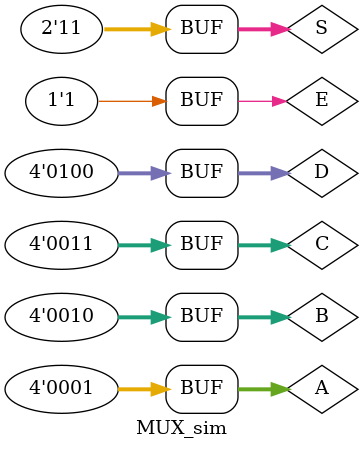
<source format=v>
`timescale 1ns / 1ps

module MUX_sim();
    reg E;
    reg [1:0]S;
    reg [3:0]A,B,C,D;
    wire [3:0]Y;
    MUX Test(E,S,A,B,C,D,Y);
    initial
    begin 
        A=4'b0001;
        B=4'b0010;
        C=4'b0011;
        D=4'b0100;
        //不工�?
        E=0;S=2'b00;
        #100;
        A=4'b0001;
        B=4'b0010;
        C=4'b0011;
        D=4'b0100;
        E=0;S=2'b01;
        #100;
        A=4'b0001;
        B=4'b0010;
        C=4'b0011;
        D=4'b0100;
        E=0;S=2'b10;
        #100;
        A=4'b0001;
        B=4'b0010;
        C=4'b0011;
        D=4'b0100;
        E=0;S=2'b11;
        #100;
        //工作
        A=4'b0001;
        B=4'b0010;
        C=4'b0011;
        D=4'b0100;
        E=1;S=2'b00;
        #100;
        A=4'b0001;
        B=4'b0010;
        C=4'b0011;
        D=4'b0100;
        E=1;S=2'b01;
        #100;
        A=4'b0001;
        B=4'b0010;
        C=4'b0011;
        D=4'b0100;
        E=1;S=2'b10;
        #100;
        A=4'b0001;
        B=4'b0010;
        C=4'b0011;
        D=4'b0100;
        E=1;S=2'b11;
        #100;
    end
endmodule

</source>
